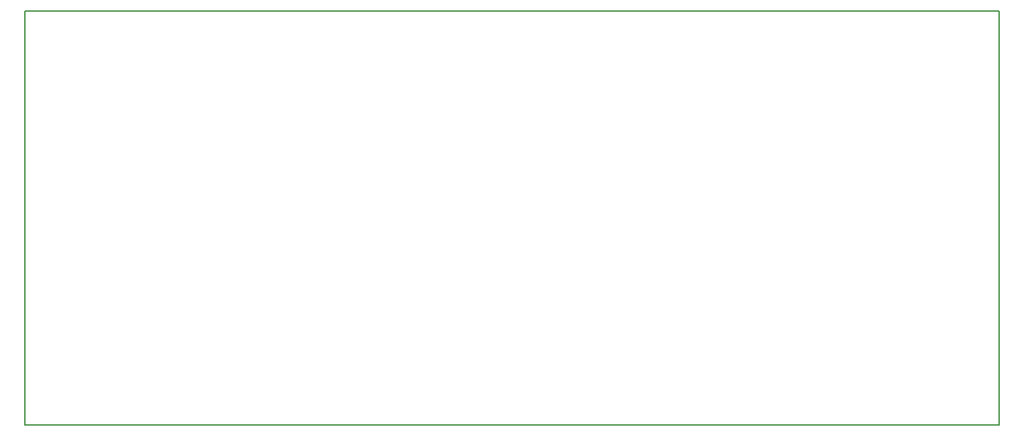
<source format=gbr>
G04 #@! TF.FileFunction,Profile,NP*
%FSLAX46Y46*%
G04 Gerber Fmt 4.6, Leading zero omitted, Abs format (unit mm)*
G04 Created by KiCad (PCBNEW 4.0.7) date 06/30/19 20:04:18*
%MOMM*%
%LPD*%
G01*
G04 APERTURE LIST*
%ADD10C,0.100000*%
%ADD11C,0.150000*%
G04 APERTURE END LIST*
D10*
D11*
X200914000Y-95758000D02*
X200914000Y-44958000D01*
X81534000Y-95758000D02*
X200914000Y-95758000D01*
X81534000Y-44958000D02*
X81534000Y-95758000D01*
X200914000Y-44958000D02*
X81534000Y-44958000D01*
M02*

</source>
